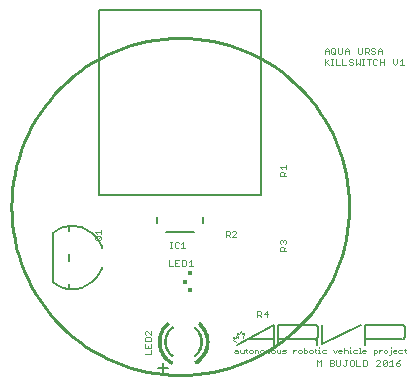
<source format=gto>
G75*
G70*
%OFA0B0*%
%FSLAX24Y24*%
%IPPOS*%
%LPD*%
%AMOC8*
5,1,8,0,0,1.08239X$1,22.5*
%
%ADD10C,0.0100*%
%ADD11C,0.0040*%
%ADD12C,0.0080*%
%ADD13C,0.0060*%
%ADD14R,0.0167X0.0128*%
%ADD15R,0.0138X0.0138*%
%ADD16C,0.0050*%
%ADD17C,0.0020*%
%ADD18C,0.0010*%
D10*
X002475Y006100D02*
X002482Y006376D01*
X002502Y006651D01*
X002536Y006925D01*
X002583Y007197D01*
X002644Y007467D01*
X002717Y007733D01*
X002804Y007995D01*
X002903Y008253D01*
X003015Y008505D01*
X003139Y008752D01*
X003275Y008992D01*
X003423Y009225D01*
X003582Y009451D01*
X003752Y009668D01*
X003932Y009878D01*
X004123Y010077D01*
X004322Y010268D01*
X004532Y010448D01*
X004749Y010618D01*
X004975Y010777D01*
X005208Y010925D01*
X005448Y011061D01*
X005695Y011185D01*
X005947Y011297D01*
X006205Y011396D01*
X006467Y011483D01*
X006733Y011556D01*
X007003Y011617D01*
X007275Y011664D01*
X007549Y011698D01*
X007824Y011718D01*
X008100Y011725D01*
X008376Y011718D01*
X008651Y011698D01*
X008925Y011664D01*
X009197Y011617D01*
X009467Y011556D01*
X009733Y011483D01*
X009995Y011396D01*
X010253Y011297D01*
X010505Y011185D01*
X010752Y011061D01*
X010992Y010925D01*
X011225Y010777D01*
X011451Y010618D01*
X011668Y010448D01*
X011878Y010268D01*
X012077Y010077D01*
X012268Y009878D01*
X012448Y009668D01*
X012618Y009451D01*
X012777Y009225D01*
X012925Y008992D01*
X013061Y008752D01*
X013185Y008505D01*
X013297Y008253D01*
X013396Y007995D01*
X013483Y007733D01*
X013556Y007467D01*
X013617Y007197D01*
X013664Y006925D01*
X013698Y006651D01*
X013718Y006376D01*
X013725Y006100D01*
X013718Y005824D01*
X013698Y005549D01*
X013664Y005275D01*
X013617Y005003D01*
X013556Y004733D01*
X013483Y004467D01*
X013396Y004205D01*
X013297Y003947D01*
X013185Y003695D01*
X013061Y003448D01*
X012925Y003208D01*
X012777Y002975D01*
X012618Y002749D01*
X012448Y002532D01*
X012268Y002322D01*
X012077Y002123D01*
X011878Y001932D01*
X011668Y001752D01*
X011451Y001582D01*
X011225Y001423D01*
X010992Y001275D01*
X010752Y001139D01*
X010505Y001015D01*
X010253Y000903D01*
X009995Y000804D01*
X009733Y000717D01*
X009467Y000644D01*
X009197Y000583D01*
X008925Y000536D01*
X008651Y000502D01*
X008376Y000482D01*
X008100Y000475D01*
X007824Y000482D01*
X007549Y000502D01*
X007275Y000536D01*
X007003Y000583D01*
X006733Y000644D01*
X006467Y000717D01*
X006205Y000804D01*
X005947Y000903D01*
X005695Y001015D01*
X005448Y001139D01*
X005208Y001275D01*
X004975Y001423D01*
X004749Y001582D01*
X004532Y001752D01*
X004322Y001932D01*
X004123Y002123D01*
X003932Y002322D01*
X003752Y002532D01*
X003582Y002749D01*
X003423Y002975D01*
X003275Y003208D01*
X003139Y003448D01*
X003015Y003695D01*
X002903Y003947D01*
X002804Y004205D01*
X002717Y004467D01*
X002644Y004733D01*
X002583Y005003D01*
X002536Y005275D01*
X002502Y005549D01*
X002482Y005824D01*
X002475Y006100D01*
D11*
X005270Y005266D02*
X005470Y005266D01*
X005470Y005332D02*
X005470Y005199D01*
X005470Y005111D02*
X005403Y005045D01*
X005437Y005111D02*
X005470Y005078D01*
X005470Y005011D01*
X005437Y004978D01*
X005303Y004978D01*
X005270Y005011D01*
X005270Y005078D01*
X005303Y005111D01*
X005437Y005111D01*
X005337Y005199D02*
X005270Y005266D01*
X007770Y004920D02*
X007837Y004920D01*
X007803Y004920D02*
X007803Y004720D01*
X007770Y004720D02*
X007837Y004720D01*
X007917Y004753D02*
X007951Y004720D01*
X008017Y004720D01*
X008051Y004753D01*
X008138Y004720D02*
X008272Y004720D01*
X008205Y004720D02*
X008205Y004920D01*
X008138Y004853D01*
X008051Y004887D02*
X008017Y004920D01*
X007951Y004920D01*
X007917Y004887D01*
X007917Y004753D01*
X007941Y004320D02*
X007941Y004120D01*
X008074Y004120D01*
X008162Y004120D02*
X008162Y004320D01*
X008262Y004320D01*
X008295Y004287D01*
X008295Y004153D01*
X008262Y004120D01*
X008162Y004120D01*
X008008Y004220D02*
X007941Y004220D01*
X007941Y004320D02*
X008074Y004320D01*
X007853Y004120D02*
X007720Y004120D01*
X007720Y004320D01*
X008383Y004253D02*
X008450Y004320D01*
X008450Y004120D01*
X008516Y004120D02*
X008383Y004120D01*
X009620Y005070D02*
X009620Y005270D01*
X009720Y005270D01*
X009753Y005237D01*
X009753Y005170D01*
X009720Y005137D01*
X009620Y005137D01*
X009687Y005137D02*
X009753Y005070D01*
X009841Y005070D02*
X009974Y005203D01*
X009974Y005237D01*
X009941Y005270D01*
X009874Y005270D01*
X009841Y005237D01*
X009841Y005070D02*
X009974Y005070D01*
X011430Y004941D02*
X011430Y004874D01*
X011463Y004841D01*
X011463Y004753D02*
X011530Y004753D01*
X011563Y004720D01*
X011563Y004620D01*
X011563Y004687D02*
X011630Y004753D01*
X011597Y004841D02*
X011630Y004874D01*
X011630Y004941D01*
X011597Y004974D01*
X011563Y004974D01*
X011530Y004941D01*
X011530Y004908D01*
X011530Y004941D02*
X011497Y004974D01*
X011463Y004974D01*
X011430Y004941D01*
X011463Y004753D02*
X011430Y004720D01*
X011430Y004620D01*
X011630Y004620D01*
X010999Y002630D02*
X010899Y002530D01*
X011032Y002530D01*
X010999Y002430D02*
X010999Y002630D01*
X010811Y002597D02*
X010811Y002530D01*
X010778Y002497D01*
X010678Y002497D01*
X010745Y002497D02*
X010811Y002430D01*
X010678Y002430D02*
X010678Y002630D01*
X010778Y002630D01*
X010811Y002597D01*
X012647Y000980D02*
X012714Y000913D01*
X012781Y000980D01*
X012781Y000780D01*
X012647Y000780D02*
X012647Y000980D01*
X013089Y000980D02*
X013089Y000780D01*
X013189Y000780D01*
X013223Y000813D01*
X013223Y000847D01*
X013189Y000880D01*
X013089Y000880D01*
X013089Y000980D02*
X013189Y000980D01*
X013223Y000947D01*
X013223Y000913D01*
X013189Y000880D01*
X013310Y000813D02*
X013343Y000780D01*
X013410Y000780D01*
X013444Y000813D01*
X013444Y000980D01*
X013310Y000980D02*
X013310Y000813D01*
X013531Y000813D02*
X013564Y000780D01*
X013598Y000780D01*
X013631Y000813D01*
X013631Y000980D01*
X013598Y000980D02*
X013665Y000980D01*
X013752Y000947D02*
X013752Y000813D01*
X013785Y000780D01*
X013852Y000780D01*
X013886Y000813D01*
X013886Y000947D01*
X013852Y000980D01*
X013785Y000980D01*
X013752Y000947D01*
X013973Y000980D02*
X013973Y000780D01*
X014107Y000780D01*
X014194Y000780D02*
X014294Y000780D01*
X014328Y000813D01*
X014328Y000947D01*
X014294Y000980D01*
X014194Y000980D01*
X014194Y000780D01*
X014636Y000780D02*
X014769Y000913D01*
X014769Y000947D01*
X014736Y000980D01*
X014669Y000980D01*
X014636Y000947D01*
X014636Y000780D02*
X014769Y000780D01*
X014857Y000813D02*
X014990Y000947D01*
X014990Y000813D01*
X014957Y000780D01*
X014890Y000780D01*
X014857Y000813D01*
X014857Y000947D01*
X014890Y000980D01*
X014957Y000980D01*
X014990Y000947D01*
X015078Y000913D02*
X015145Y000980D01*
X015145Y000780D01*
X015211Y000780D02*
X015078Y000780D01*
X015299Y000813D02*
X015299Y000880D01*
X015399Y000880D01*
X015432Y000847D01*
X015432Y000813D01*
X015399Y000780D01*
X015332Y000780D01*
X015299Y000813D01*
X015299Y000880D02*
X015366Y000947D01*
X015432Y000980D01*
X011630Y007120D02*
X011430Y007120D01*
X011430Y007220D01*
X011463Y007253D01*
X011530Y007253D01*
X011563Y007220D01*
X011563Y007120D01*
X011563Y007187D02*
X011630Y007253D01*
X011630Y007341D02*
X011630Y007474D01*
X011630Y007408D02*
X011430Y007408D01*
X011497Y007341D01*
X012920Y010820D02*
X012920Y011020D01*
X012953Y010920D02*
X013053Y010820D01*
X013141Y010820D02*
X013208Y010820D01*
X013174Y010820D02*
X013174Y011020D01*
X013141Y011020D02*
X013208Y011020D01*
X013288Y011020D02*
X013288Y010820D01*
X013422Y010820D01*
X013509Y010820D02*
X013643Y010820D01*
X013730Y010853D02*
X013764Y010820D01*
X013830Y010820D01*
X013864Y010853D01*
X013864Y010887D01*
X013830Y010920D01*
X013764Y010920D01*
X013730Y010953D01*
X013730Y010987D01*
X013764Y011020D01*
X013830Y011020D01*
X013864Y010987D01*
X013951Y011020D02*
X013951Y010820D01*
X014018Y010887D01*
X014085Y010820D01*
X014085Y011020D01*
X014172Y011020D02*
X014239Y011020D01*
X014206Y011020D02*
X014206Y010820D01*
X014239Y010820D02*
X014172Y010820D01*
X014386Y010820D02*
X014386Y011020D01*
X014320Y011020D02*
X014453Y011020D01*
X014541Y010987D02*
X014574Y011020D01*
X014641Y011020D01*
X014674Y010987D01*
X014762Y011020D02*
X014762Y010820D01*
X014674Y010853D02*
X014641Y010820D01*
X014574Y010820D01*
X014541Y010853D01*
X014541Y010987D01*
X014567Y011180D02*
X014500Y011180D01*
X014467Y011213D01*
X014500Y011280D02*
X014567Y011280D01*
X014600Y011247D01*
X014600Y011213D01*
X014567Y011180D01*
X014500Y011280D02*
X014467Y011313D01*
X014467Y011347D01*
X014500Y011380D01*
X014567Y011380D01*
X014600Y011347D01*
X014688Y011313D02*
X014755Y011380D01*
X014821Y011313D01*
X014821Y011180D01*
X014821Y011280D02*
X014688Y011280D01*
X014688Y011313D02*
X014688Y011180D01*
X014895Y011020D02*
X014895Y010820D01*
X014895Y010920D02*
X014762Y010920D01*
X015204Y010887D02*
X015270Y010820D01*
X015337Y010887D01*
X015337Y011020D01*
X015425Y010953D02*
X015491Y011020D01*
X015491Y010820D01*
X015425Y010820D02*
X015558Y010820D01*
X015204Y010887D02*
X015204Y011020D01*
X014379Y011180D02*
X014313Y011247D01*
X014346Y011247D02*
X014246Y011247D01*
X014246Y011180D02*
X014246Y011380D01*
X014346Y011380D01*
X014379Y011347D01*
X014379Y011280D01*
X014346Y011247D01*
X014158Y011213D02*
X014158Y011380D01*
X014025Y011380D02*
X014025Y011213D01*
X014058Y011180D01*
X014125Y011180D01*
X014158Y011213D01*
X013716Y011180D02*
X013716Y011313D01*
X013650Y011380D01*
X013583Y011313D01*
X013583Y011180D01*
X013495Y011213D02*
X013495Y011380D01*
X013362Y011380D02*
X013362Y011213D01*
X013395Y011180D01*
X013462Y011180D01*
X013495Y011213D01*
X013583Y011280D02*
X013716Y011280D01*
X013509Y011020D02*
X013509Y010820D01*
X013274Y011180D02*
X013208Y011247D01*
X013274Y011213D02*
X013241Y011180D01*
X013174Y011180D01*
X013141Y011213D01*
X013141Y011347D01*
X013174Y011380D01*
X013241Y011380D01*
X013274Y011347D01*
X013274Y011213D01*
X013053Y011180D02*
X013053Y011313D01*
X012987Y011380D01*
X012920Y011313D01*
X012920Y011180D01*
X012920Y011280D02*
X013053Y011280D01*
X013053Y011020D02*
X012920Y010887D01*
X007130Y001966D02*
X007130Y001833D01*
X006997Y001966D01*
X006963Y001966D01*
X006930Y001933D01*
X006930Y001866D01*
X006963Y001833D01*
X006963Y001745D02*
X006930Y001712D01*
X006930Y001612D01*
X007130Y001612D01*
X007130Y001712D01*
X007097Y001745D01*
X006963Y001745D01*
X006930Y001524D02*
X006930Y001391D01*
X007130Y001391D01*
X007130Y001524D01*
X007030Y001458D02*
X007030Y001391D01*
X007130Y001303D02*
X007130Y001170D01*
X006930Y001170D01*
D12*
X007643Y005246D02*
X008557Y005246D01*
X008868Y005557D02*
X008868Y005767D01*
X007332Y005767D02*
X007332Y005557D01*
X005400Y006500D02*
X010800Y006500D01*
X010800Y012650D01*
X005400Y012650D01*
X005400Y006500D01*
D13*
X003850Y005225D02*
X003850Y003575D01*
X004400Y003513D02*
X004400Y003355D01*
X004400Y004287D02*
X004400Y004513D01*
X003850Y005225D02*
X003901Y005262D01*
X003954Y005297D01*
X004010Y005329D01*
X004067Y005357D01*
X004126Y005381D01*
X004186Y005402D01*
X004247Y005419D01*
X004309Y005433D01*
X004372Y005442D01*
X004435Y005448D01*
X004499Y005450D01*
X004563Y005448D01*
X004626Y005442D01*
X004689Y005433D01*
X004751Y005420D01*
X004812Y005402D01*
X004872Y005382D01*
X004931Y005357D01*
X004988Y005329D01*
X005044Y005298D01*
X005097Y005264D01*
X005148Y005226D01*
X005197Y005185D01*
X005243Y005141D01*
X005287Y005095D01*
X005328Y005046D01*
X005365Y004995D01*
X005400Y004941D01*
X005431Y004886D01*
X005459Y004829D01*
X005483Y004770D01*
X005503Y004710D01*
X005503Y004090D02*
X005483Y004030D01*
X005459Y003971D01*
X005431Y003914D01*
X005400Y003859D01*
X005365Y003805D01*
X005328Y003754D01*
X005287Y003705D01*
X005243Y003659D01*
X005197Y003615D01*
X005148Y003574D01*
X005097Y003536D01*
X005044Y003502D01*
X004988Y003470D01*
X004931Y003443D01*
X004872Y003418D01*
X004812Y003398D01*
X004751Y003380D01*
X004689Y003367D01*
X004626Y003358D01*
X004563Y003352D01*
X004499Y003350D01*
X004435Y003352D01*
X004372Y003358D01*
X004309Y003367D01*
X004247Y003381D01*
X004186Y003398D01*
X004126Y003419D01*
X004067Y003443D01*
X004010Y003471D01*
X003954Y003503D01*
X003901Y003538D01*
X003850Y003575D01*
X004400Y005287D02*
X004400Y005445D01*
D14*
X008421Y003871D03*
X008421Y003329D03*
D15*
X008269Y003600D03*
D16*
X010350Y001680D02*
X011220Y001680D01*
X011370Y001680D02*
X012600Y001680D01*
X012610Y001680D01*
X012620Y001681D02*
X012634Y001684D01*
X012647Y001690D01*
X012658Y001699D01*
X012668Y001710D01*
X012675Y001722D01*
X012679Y001736D01*
X012680Y001750D01*
X012680Y001740D01*
X012680Y001750D02*
X012680Y002090D01*
X012679Y002090D02*
X012676Y002104D01*
X012670Y002117D01*
X012661Y002128D01*
X012650Y002138D01*
X012638Y002145D01*
X012624Y002149D01*
X012610Y002150D01*
X011370Y002150D01*
X011370Y001680D01*
X011370Y001490D01*
X011240Y001490D02*
X011240Y002160D01*
X011220Y002150D02*
X009990Y001490D01*
X007680Y000720D02*
X007370Y000720D01*
X007520Y000580D02*
X007520Y000870D01*
X012600Y001680D02*
X012614Y001679D01*
X012628Y001675D01*
X012640Y001668D01*
X012651Y001658D01*
X012660Y001647D01*
X012666Y001634D01*
X012669Y001620D01*
X012670Y001630D02*
X012670Y001490D01*
X012840Y001510D02*
X014120Y002150D01*
X014270Y002150D02*
X015510Y002150D01*
X015524Y002149D01*
X015538Y002145D01*
X015550Y002138D01*
X015561Y002128D01*
X015570Y002117D01*
X015576Y002104D01*
X015579Y002090D01*
X015580Y002090D02*
X015580Y001750D01*
X015580Y001740D01*
X015580Y001750D02*
X015579Y001736D01*
X015575Y001722D01*
X015568Y001710D01*
X015558Y001699D01*
X015547Y001690D01*
X015534Y001684D01*
X015520Y001681D01*
X015510Y001680D02*
X014270Y001680D01*
X014270Y001490D01*
X014270Y001680D02*
X014270Y002150D01*
X012840Y002160D02*
X012840Y001510D01*
D17*
X012733Y001420D02*
X012733Y001390D01*
X012733Y001330D02*
X012733Y001210D01*
X012703Y001210D02*
X012763Y001210D01*
X012826Y001240D02*
X012826Y001300D01*
X012856Y001330D01*
X012946Y001330D01*
X012946Y001210D02*
X012856Y001210D01*
X012826Y001240D01*
X012733Y001330D02*
X012703Y001330D01*
X012640Y001330D02*
X012580Y001330D01*
X012610Y001360D02*
X012610Y001240D01*
X012640Y001210D01*
X012516Y001240D02*
X012516Y001300D01*
X012486Y001330D01*
X012426Y001330D01*
X012396Y001300D01*
X012396Y001240D01*
X012426Y001210D01*
X012486Y001210D01*
X012516Y001240D01*
X012332Y001240D02*
X012332Y001300D01*
X012302Y001330D01*
X012212Y001330D01*
X012212Y001390D02*
X012212Y001210D01*
X012302Y001210D01*
X012332Y001240D01*
X012148Y001240D02*
X012148Y001300D01*
X012118Y001330D01*
X012058Y001330D01*
X012028Y001300D01*
X012028Y001240D01*
X012058Y001210D01*
X012118Y001210D01*
X012148Y001240D01*
X011964Y001330D02*
X011934Y001330D01*
X011874Y001270D01*
X011874Y001210D02*
X011874Y001330D01*
X011626Y001330D02*
X011536Y001330D01*
X011506Y001300D01*
X011536Y001270D01*
X011596Y001270D01*
X011626Y001240D01*
X011596Y001210D01*
X011506Y001210D01*
X011442Y001210D02*
X011442Y001330D01*
X011442Y001210D02*
X011352Y001210D01*
X011322Y001240D01*
X011322Y001330D01*
X011258Y001300D02*
X011228Y001330D01*
X011168Y001330D01*
X011138Y001300D01*
X011138Y001240D01*
X011168Y001210D01*
X011228Y001210D01*
X011258Y001240D01*
X011258Y001300D01*
X011074Y001300D02*
X011074Y001210D01*
X011014Y001210D02*
X011014Y001300D01*
X011044Y001330D01*
X011074Y001300D01*
X011014Y001300D02*
X010984Y001330D01*
X010954Y001330D01*
X010954Y001210D01*
X010890Y001240D02*
X010890Y001300D01*
X010859Y001330D01*
X010799Y001330D01*
X010769Y001300D01*
X010769Y001240D01*
X010799Y001210D01*
X010859Y001210D01*
X010890Y001240D01*
X010705Y001210D02*
X010705Y001300D01*
X010675Y001330D01*
X010585Y001330D01*
X010585Y001210D01*
X010521Y001240D02*
X010521Y001300D01*
X010491Y001330D01*
X010431Y001330D01*
X010401Y001300D01*
X010401Y001240D01*
X010431Y001210D01*
X010491Y001210D01*
X010521Y001240D01*
X010338Y001210D02*
X010308Y001240D01*
X010308Y001360D01*
X010278Y001330D02*
X010338Y001330D01*
X010214Y001330D02*
X010214Y001210D01*
X010124Y001210D01*
X010094Y001240D01*
X010094Y001330D01*
X010030Y001300D02*
X010030Y001210D01*
X009940Y001210D01*
X009910Y001240D01*
X009940Y001270D01*
X010030Y001270D01*
X010030Y001300D02*
X010000Y001330D01*
X009940Y001330D01*
X009970Y001570D02*
X009850Y001660D01*
X009900Y001680D01*
X009870Y001750D01*
X009950Y001730D01*
X009960Y001780D01*
X010040Y001710D01*
X010000Y001870D01*
X010070Y001840D01*
X010120Y001950D01*
X010170Y001840D01*
X010230Y001870D01*
X010190Y001710D01*
X013194Y001330D02*
X013254Y001210D01*
X013314Y001330D01*
X013378Y001300D02*
X013408Y001330D01*
X013468Y001330D01*
X013498Y001300D01*
X013498Y001270D01*
X013378Y001270D01*
X013378Y001240D02*
X013378Y001300D01*
X013378Y001240D02*
X013408Y001210D01*
X013468Y001210D01*
X013562Y001210D02*
X013562Y001390D01*
X013592Y001330D02*
X013653Y001330D01*
X013683Y001300D01*
X013683Y001210D01*
X013747Y001210D02*
X013807Y001210D01*
X013777Y001210D02*
X013777Y001330D01*
X013747Y001330D01*
X013777Y001390D02*
X013777Y001420D01*
X013869Y001300D02*
X013869Y001240D01*
X013899Y001210D01*
X013989Y001210D01*
X014054Y001210D02*
X014114Y001210D01*
X014084Y001210D02*
X014084Y001390D01*
X014054Y001390D01*
X013989Y001330D02*
X013899Y001330D01*
X013869Y001300D01*
X013592Y001330D02*
X013562Y001300D01*
X014176Y001300D02*
X014176Y001240D01*
X014206Y001210D01*
X014266Y001210D01*
X014296Y001270D02*
X014176Y001270D01*
X014176Y001300D02*
X014206Y001330D01*
X014266Y001330D01*
X014296Y001300D01*
X014296Y001270D01*
X014545Y001210D02*
X014635Y001210D01*
X014665Y001240D01*
X014665Y001300D01*
X014635Y001330D01*
X014545Y001330D01*
X014545Y001150D01*
X014729Y001210D02*
X014729Y001330D01*
X014729Y001270D02*
X014789Y001330D01*
X014819Y001330D01*
X014882Y001300D02*
X014882Y001240D01*
X014912Y001210D01*
X014972Y001210D01*
X015002Y001240D01*
X015002Y001300D01*
X014972Y001330D01*
X014912Y001330D01*
X014882Y001300D01*
X015066Y001150D02*
X015096Y001150D01*
X015126Y001180D01*
X015126Y001330D01*
X015126Y001390D02*
X015126Y001420D01*
X015219Y001330D02*
X015279Y001330D01*
X015309Y001300D01*
X015309Y001270D01*
X015189Y001270D01*
X015189Y001240D02*
X015189Y001300D01*
X015219Y001330D01*
X015189Y001240D02*
X015219Y001210D01*
X015279Y001210D01*
X015373Y001240D02*
X015403Y001210D01*
X015493Y001210D01*
X015588Y001240D02*
X015588Y001360D01*
X015618Y001330D02*
X015557Y001330D01*
X015493Y001330D02*
X015403Y001330D01*
X015373Y001300D01*
X015373Y001240D01*
X015588Y001240D02*
X015618Y001210D01*
D18*
X007833Y002105D02*
X007862Y002064D01*
X007862Y002065D02*
X007827Y002037D01*
X007794Y002007D01*
X007763Y001974D01*
X007736Y001939D01*
X007711Y001902D01*
X007689Y001863D01*
X007670Y001823D01*
X007654Y001781D01*
X007642Y001738D01*
X007633Y001694D01*
X007627Y001650D01*
X007625Y001605D01*
X007576Y001605D01*
X007575Y001605D01*
X007577Y001654D01*
X007583Y001702D01*
X007593Y001750D01*
X007607Y001796D01*
X007624Y001842D01*
X007644Y001886D01*
X007668Y001928D01*
X007695Y001969D01*
X007726Y002007D01*
X007759Y002043D01*
X007794Y002076D01*
X007833Y002106D01*
X007838Y002098D01*
X007800Y002069D01*
X007765Y002036D01*
X007732Y002001D01*
X007703Y001963D01*
X007676Y001924D01*
X007652Y001882D01*
X007632Y001838D01*
X007615Y001794D01*
X007602Y001747D01*
X007592Y001700D01*
X007586Y001653D01*
X007584Y001605D01*
X007593Y001605D01*
X007595Y001652D01*
X007601Y001699D01*
X007611Y001745D01*
X007624Y001791D01*
X007640Y001835D01*
X007660Y001878D01*
X007684Y001919D01*
X007710Y001958D01*
X007739Y001995D01*
X007771Y002030D01*
X007806Y002062D01*
X007843Y002091D01*
X007848Y002084D01*
X007812Y002055D01*
X007778Y002023D01*
X007746Y001989D01*
X007717Y001953D01*
X007691Y001914D01*
X007668Y001874D01*
X007649Y001831D01*
X007632Y001788D01*
X007619Y001743D01*
X007610Y001698D01*
X007604Y001651D01*
X007602Y001605D01*
X007611Y001605D01*
X007613Y001651D01*
X007619Y001696D01*
X007628Y001741D01*
X007641Y001785D01*
X007657Y001828D01*
X007676Y001870D01*
X007699Y001909D01*
X007724Y001947D01*
X007753Y001983D01*
X007784Y002017D01*
X007818Y002048D01*
X007854Y002076D01*
X007859Y002069D01*
X007823Y002041D01*
X007790Y002011D01*
X007760Y001977D01*
X007732Y001942D01*
X007706Y001905D01*
X007684Y001865D01*
X007665Y001825D01*
X007649Y001782D01*
X007637Y001739D01*
X007628Y001695D01*
X007622Y001650D01*
X007620Y001605D01*
X008623Y000869D02*
X008578Y000947D01*
X008579Y000947D02*
X008623Y000975D01*
X008665Y001006D01*
X008705Y001039D01*
X008743Y001075D01*
X008778Y001114D01*
X008810Y001155D01*
X008840Y001199D01*
X008866Y001244D01*
X008889Y001291D01*
X008909Y001339D01*
X008925Y001389D01*
X008938Y001439D01*
X008947Y001491D01*
X008953Y001543D01*
X008955Y001595D01*
X009044Y001596D01*
X009045Y001595D01*
X009043Y001540D01*
X009037Y001486D01*
X009028Y001431D01*
X009015Y001378D01*
X008999Y001326D01*
X008980Y001274D01*
X008957Y001224D01*
X008931Y001176D01*
X008902Y001129D01*
X008870Y001085D01*
X008835Y001042D01*
X008797Y001002D01*
X008757Y000965D01*
X008715Y000930D01*
X008670Y000898D01*
X008624Y000869D01*
X008619Y000877D01*
X008665Y000905D01*
X008709Y000937D01*
X008751Y000972D01*
X008791Y001009D01*
X008828Y001048D01*
X008863Y001090D01*
X008894Y001134D01*
X008923Y001180D01*
X008949Y001228D01*
X008971Y001278D01*
X008991Y001328D01*
X009007Y001380D01*
X009019Y001433D01*
X009028Y001487D01*
X009034Y001541D01*
X009036Y001595D01*
X009027Y001595D01*
X009025Y001541D01*
X009019Y001488D01*
X009010Y001435D01*
X008998Y001383D01*
X008982Y001331D01*
X008963Y001281D01*
X008941Y001232D01*
X008915Y001185D01*
X008887Y001139D01*
X008855Y001096D01*
X008821Y001054D01*
X008785Y001015D01*
X008745Y000978D01*
X008704Y000944D01*
X008660Y000913D01*
X008615Y000884D01*
X008610Y000892D01*
X008658Y000922D01*
X008704Y000956D01*
X008747Y000992D01*
X008788Y001032D01*
X008826Y001074D01*
X008861Y001118D01*
X008893Y001165D01*
X008921Y001214D01*
X008946Y001265D01*
X008968Y001318D01*
X008985Y001371D01*
X008999Y001426D01*
X009009Y001482D01*
X009016Y001538D01*
X009018Y001595D01*
X009009Y001595D01*
X009007Y001539D01*
X009001Y001483D01*
X008991Y001428D01*
X008977Y001374D01*
X008959Y001321D01*
X008938Y001269D01*
X008913Y001218D01*
X008885Y001170D01*
X008854Y001124D01*
X008819Y001079D01*
X008782Y001038D01*
X008741Y000999D01*
X008699Y000963D01*
X008653Y000930D01*
X008606Y000900D01*
X008601Y000908D01*
X008648Y000937D01*
X008693Y000970D01*
X008735Y001006D01*
X008775Y001044D01*
X008812Y001085D01*
X008847Y001129D01*
X008878Y001175D01*
X008905Y001223D01*
X008930Y001272D01*
X008951Y001324D01*
X008968Y001376D01*
X008982Y001430D01*
X008992Y001485D01*
X008998Y001540D01*
X009000Y001595D01*
X008991Y001595D01*
X008989Y001540D01*
X008983Y001486D01*
X008973Y001432D01*
X008959Y001379D01*
X008942Y001327D01*
X008922Y001276D01*
X008897Y001227D01*
X008870Y001180D01*
X008839Y001134D01*
X008806Y001091D01*
X008769Y001050D01*
X008729Y001012D01*
X008687Y000977D01*
X008643Y000945D01*
X008597Y000916D01*
X008592Y000924D01*
X008638Y000952D01*
X008682Y000984D01*
X008723Y001019D01*
X008762Y001057D01*
X008799Y001097D01*
X008832Y001139D01*
X008862Y001184D01*
X008890Y001231D01*
X008913Y001280D01*
X008934Y001330D01*
X008951Y001381D01*
X008964Y001434D01*
X008974Y001487D01*
X008980Y001541D01*
X008982Y001595D01*
X008973Y001595D01*
X008971Y001542D01*
X008965Y001488D01*
X008955Y001436D01*
X008942Y001384D01*
X008925Y001333D01*
X008905Y001283D01*
X008882Y001235D01*
X008855Y001189D01*
X008825Y001145D01*
X008792Y001103D01*
X008756Y001063D01*
X008717Y001026D01*
X008676Y000991D01*
X008633Y000960D01*
X008588Y000931D01*
X008583Y000939D01*
X008628Y000967D01*
X008671Y000998D01*
X008711Y001032D01*
X008749Y001069D01*
X008785Y001108D01*
X008817Y001150D01*
X008847Y001194D01*
X008874Y001240D01*
X008897Y001287D01*
X008917Y001336D01*
X008934Y001386D01*
X008947Y001438D01*
X008956Y001490D01*
X008962Y001542D01*
X008964Y001595D01*
X007356Y001595D02*
X007446Y001595D01*
X007445Y001595D02*
X007447Y001541D01*
X007453Y001488D01*
X007463Y001435D01*
X007477Y001383D01*
X007494Y001332D01*
X007515Y001283D01*
X007539Y001235D01*
X007567Y001189D01*
X007598Y001145D01*
X007632Y001103D01*
X007668Y001064D01*
X007708Y001027D01*
X007750Y000994D01*
X007794Y000963D01*
X007840Y000936D01*
X007798Y000857D01*
X007749Y000885D01*
X007703Y000917D01*
X007658Y000952D01*
X007616Y000989D01*
X007576Y001030D01*
X007540Y001073D01*
X007506Y001118D01*
X007475Y001165D01*
X007448Y001215D01*
X007424Y001266D01*
X007403Y001318D01*
X007386Y001372D01*
X007373Y001427D01*
X007363Y001482D01*
X007357Y001539D01*
X007355Y001595D01*
X007364Y001595D01*
X007366Y001539D01*
X007372Y001484D01*
X007382Y001429D01*
X007395Y001374D01*
X007412Y001321D01*
X007432Y001269D01*
X007456Y001219D01*
X007483Y001170D01*
X007513Y001123D01*
X007547Y001078D01*
X007583Y001036D01*
X007622Y000996D01*
X007664Y000959D01*
X007708Y000924D01*
X007754Y000893D01*
X007802Y000865D01*
X007806Y000873D01*
X007759Y000901D01*
X007713Y000932D01*
X007670Y000966D01*
X007628Y001002D01*
X007590Y001042D01*
X007554Y001084D01*
X007521Y001128D01*
X007491Y001174D01*
X007464Y001223D01*
X007441Y001273D01*
X007420Y001324D01*
X007404Y001377D01*
X007391Y001430D01*
X007381Y001485D01*
X007375Y001540D01*
X007373Y001595D01*
X007382Y001595D01*
X007384Y001540D01*
X007390Y001486D01*
X007399Y001432D01*
X007412Y001379D01*
X007429Y001327D01*
X007449Y001276D01*
X007472Y001227D01*
X007499Y001179D01*
X007528Y001133D01*
X007561Y001089D01*
X007596Y001048D01*
X007635Y001009D01*
X007675Y000972D01*
X007718Y000939D01*
X007764Y000908D01*
X007811Y000881D01*
X007815Y000889D01*
X007768Y000916D01*
X007724Y000946D01*
X007681Y000979D01*
X007641Y001015D01*
X007603Y001054D01*
X007568Y001095D01*
X007536Y001138D01*
X007506Y001184D01*
X007480Y001231D01*
X007457Y001280D01*
X007437Y001330D01*
X007421Y001382D01*
X007408Y001434D01*
X007399Y001487D01*
X007393Y001541D01*
X007391Y001595D01*
X007400Y001595D01*
X007402Y001542D01*
X007408Y001489D01*
X007417Y001436D01*
X007430Y001384D01*
X007446Y001333D01*
X007465Y001283D01*
X007488Y001235D01*
X007514Y001188D01*
X007543Y001144D01*
X007575Y001101D01*
X007610Y001060D01*
X007647Y001022D01*
X007687Y000986D01*
X007729Y000953D01*
X007773Y000923D01*
X007819Y000896D01*
X007823Y000904D01*
X007778Y000931D01*
X007734Y000961D01*
X007693Y000993D01*
X007653Y001028D01*
X007616Y001066D01*
X007582Y001106D01*
X007550Y001149D01*
X007522Y001193D01*
X007496Y001239D01*
X007474Y001287D01*
X007454Y001336D01*
X007438Y001386D01*
X007426Y001438D01*
X007417Y001490D01*
X007411Y001542D01*
X007409Y001595D01*
X007418Y001595D01*
X007420Y001539D01*
X007427Y001484D01*
X007437Y001429D01*
X007451Y001375D01*
X007469Y001323D01*
X007490Y001271D01*
X007516Y001222D01*
X007544Y001174D01*
X007576Y001128D01*
X007611Y001085D01*
X007649Y001045D01*
X007690Y001007D01*
X007734Y000972D01*
X007780Y000941D01*
X007828Y000912D01*
X007832Y000920D01*
X007784Y000948D01*
X007739Y000979D01*
X007696Y001014D01*
X007656Y001051D01*
X007618Y001091D01*
X007583Y001134D01*
X007552Y001179D01*
X007523Y001226D01*
X007499Y001275D01*
X007477Y001326D01*
X007460Y001378D01*
X007446Y001431D01*
X007436Y001485D01*
X007429Y001540D01*
X007427Y001595D01*
X007436Y001595D01*
X007438Y001541D01*
X007444Y001487D01*
X007454Y001433D01*
X007468Y001381D01*
X007486Y001329D01*
X007507Y001279D01*
X007531Y001230D01*
X007559Y001184D01*
X007591Y001139D01*
X007625Y001097D01*
X007662Y001058D01*
X007702Y001021D01*
X007744Y000987D01*
X007789Y000956D01*
X007836Y000928D01*
X008824Y001605D02*
X008774Y001605D01*
X008775Y001605D02*
X008773Y001652D01*
X008767Y001698D01*
X008757Y001743D01*
X008743Y001788D01*
X008726Y001831D01*
X008706Y001873D01*
X008682Y001913D01*
X008655Y001952D01*
X008625Y001987D01*
X008592Y002020D01*
X008557Y002051D01*
X008587Y002090D01*
X008588Y002090D01*
X008623Y002060D01*
X008656Y002027D01*
X008687Y001992D01*
X008714Y001955D01*
X008739Y001916D01*
X008761Y001875D01*
X008780Y001832D01*
X008796Y001788D01*
X008808Y001743D01*
X008817Y001698D01*
X008823Y001651D01*
X008825Y001605D01*
X008816Y001605D01*
X008814Y001651D01*
X008808Y001696D01*
X008800Y001741D01*
X008787Y001786D01*
X008772Y001829D01*
X008753Y001871D01*
X008732Y001911D01*
X008707Y001950D01*
X008680Y001987D01*
X008650Y002021D01*
X008617Y002053D01*
X008582Y002083D01*
X008577Y002076D01*
X008611Y002047D01*
X008643Y002015D01*
X008673Y001981D01*
X008700Y001945D01*
X008724Y001907D01*
X008745Y001867D01*
X008764Y001825D01*
X008779Y001783D01*
X008791Y001739D01*
X008800Y001695D01*
X008805Y001650D01*
X008807Y001605D01*
X008798Y001605D01*
X008796Y001653D01*
X008789Y001702D01*
X008779Y001749D01*
X008765Y001796D01*
X008747Y001841D01*
X008726Y001884D01*
X008701Y001926D01*
X008673Y001966D01*
X008642Y002003D01*
X008608Y002037D01*
X008571Y002069D01*
X008566Y002062D01*
X008602Y002031D01*
X008635Y001997D01*
X008666Y001960D01*
X008694Y001921D01*
X008718Y001880D01*
X008739Y001837D01*
X008757Y001793D01*
X008770Y001747D01*
X008780Y001700D01*
X008787Y001653D01*
X008789Y001605D01*
X008780Y001605D01*
X008778Y001652D01*
X008772Y001699D01*
X008762Y001745D01*
X008748Y001790D01*
X008731Y001833D01*
X008710Y001876D01*
X008686Y001916D01*
X008659Y001955D01*
X008629Y001991D01*
X008596Y002024D01*
X008560Y002055D01*
X009044Y001604D02*
X008954Y001604D01*
X008955Y001605D02*
X008953Y001659D01*
X008947Y001712D01*
X008937Y001765D01*
X008923Y001817D01*
X008906Y001868D01*
X008885Y001918D01*
X008861Y001966D01*
X008833Y002012D01*
X008802Y002056D01*
X008768Y002097D01*
X008731Y002137D01*
X008692Y002173D01*
X008749Y002241D01*
X008750Y002242D01*
X008791Y002204D01*
X008829Y002164D01*
X008865Y002121D01*
X008898Y002076D01*
X008928Y002029D01*
X008954Y001981D01*
X008978Y001930D01*
X008998Y001878D01*
X009014Y001825D01*
X009028Y001771D01*
X009037Y001716D01*
X009043Y001661D01*
X009045Y001605D01*
X009036Y001605D01*
X009034Y001660D01*
X009028Y001715D01*
X009019Y001769D01*
X009006Y001823D01*
X008989Y001875D01*
X008970Y001927D01*
X008946Y001977D01*
X008920Y002025D01*
X008890Y002071D01*
X008858Y002116D01*
X008823Y002158D01*
X008784Y002198D01*
X008744Y002235D01*
X008738Y002228D01*
X008778Y002191D01*
X008816Y002152D01*
X008851Y002110D01*
X008883Y002066D01*
X008912Y002020D01*
X008938Y001972D01*
X008961Y001923D01*
X008981Y001872D01*
X008997Y001820D01*
X009010Y001767D01*
X009019Y001714D01*
X009025Y001659D01*
X009027Y001605D01*
X009018Y001605D01*
X009016Y001659D01*
X009010Y001712D01*
X009001Y001765D01*
X008988Y001818D01*
X008972Y001869D01*
X008953Y001920D01*
X008930Y001968D01*
X008905Y002016D01*
X008876Y002061D01*
X008844Y002105D01*
X008809Y002146D01*
X008772Y002185D01*
X008732Y002221D01*
X008726Y002214D01*
X008766Y002178D01*
X008803Y002140D01*
X008837Y002099D01*
X008868Y002056D01*
X008897Y002011D01*
X008922Y001964D01*
X008945Y001916D01*
X008964Y001866D01*
X008980Y001815D01*
X008992Y001764D01*
X009001Y001711D01*
X009007Y001658D01*
X009009Y001605D01*
X009000Y001605D01*
X008998Y001658D01*
X008992Y001710D01*
X008983Y001762D01*
X008971Y001813D01*
X008955Y001863D01*
X008936Y001913D01*
X008914Y001960D01*
X008889Y002007D01*
X008861Y002051D01*
X008830Y002093D01*
X008796Y002134D01*
X008759Y002172D01*
X008721Y002207D01*
X008715Y002201D01*
X008753Y002165D01*
X008789Y002128D01*
X008823Y002088D01*
X008853Y002046D01*
X008881Y002002D01*
X008906Y001956D01*
X008928Y001909D01*
X008947Y001860D01*
X008962Y001811D01*
X008975Y001760D01*
X008983Y001709D01*
X008989Y001657D01*
X008991Y001605D01*
X008982Y001605D01*
X008980Y001661D01*
X008973Y001716D01*
X008963Y001771D01*
X008949Y001825D01*
X008931Y001878D01*
X008909Y001929D01*
X008884Y001979D01*
X008855Y002027D01*
X008823Y002072D01*
X008788Y002115D01*
X008750Y002156D01*
X008709Y002194D01*
X008703Y002187D01*
X008744Y002150D01*
X008781Y002109D01*
X008816Y002067D01*
X008848Y002022D01*
X008876Y001974D01*
X008901Y001925D01*
X008923Y001874D01*
X008940Y001822D01*
X008954Y001769D01*
X008964Y001715D01*
X008971Y001660D01*
X008973Y001605D01*
X008964Y001605D01*
X008962Y001659D01*
X008956Y001713D01*
X008946Y001767D01*
X008932Y001820D01*
X008914Y001871D01*
X008893Y001921D01*
X008868Y001970D01*
X008840Y002017D01*
X008809Y002061D01*
X008775Y002103D01*
X008737Y002143D01*
X008697Y002180D01*
X007656Y002245D02*
X007713Y002176D01*
X007713Y002177D02*
X007673Y002140D01*
X007635Y002101D01*
X007601Y002059D01*
X007569Y002015D01*
X007541Y001969D01*
X007516Y001920D01*
X007495Y001870D01*
X007477Y001819D01*
X007464Y001766D01*
X007454Y001713D01*
X007447Y001659D01*
X007445Y001605D01*
X007356Y001604D01*
X007355Y001605D01*
X007357Y001661D01*
X007363Y001717D01*
X007373Y001772D01*
X007386Y001827D01*
X007403Y001880D01*
X007423Y001933D01*
X007447Y001984D01*
X007474Y002033D01*
X007505Y002080D01*
X007538Y002125D01*
X007574Y002168D01*
X007613Y002208D01*
X007655Y002246D01*
X007661Y002239D01*
X007620Y002202D01*
X007581Y002162D01*
X007545Y002120D01*
X007512Y002075D01*
X007482Y002028D01*
X007455Y001980D01*
X007432Y001929D01*
X007411Y001877D01*
X007395Y001824D01*
X007382Y001770D01*
X007372Y001716D01*
X007366Y001661D01*
X007364Y001605D01*
X007373Y001605D01*
X007375Y001660D01*
X007381Y001715D01*
X007390Y001769D01*
X007403Y001822D01*
X007420Y001874D01*
X007440Y001926D01*
X007463Y001975D01*
X007490Y002024D01*
X007519Y002070D01*
X007552Y002114D01*
X007588Y002156D01*
X007626Y002195D01*
X007667Y002232D01*
X007672Y002225D01*
X007632Y002189D01*
X007594Y002150D01*
X007559Y002108D01*
X007527Y002065D01*
X007497Y002019D01*
X007471Y001971D01*
X007448Y001922D01*
X007428Y001872D01*
X007412Y001820D01*
X007399Y001767D01*
X007390Y001713D01*
X007384Y001659D01*
X007382Y001605D01*
X007391Y001605D01*
X007393Y001659D01*
X007399Y001712D01*
X007408Y001765D01*
X007421Y001817D01*
X007437Y001869D01*
X007456Y001919D01*
X007479Y001967D01*
X007505Y002014D01*
X007534Y002060D01*
X007566Y002103D01*
X007601Y002144D01*
X007638Y002182D01*
X007678Y002218D01*
X007684Y002211D01*
X007645Y002176D01*
X007608Y002138D01*
X007573Y002097D01*
X007542Y002054D01*
X007513Y002010D01*
X007487Y001963D01*
X007465Y001915D01*
X007445Y001866D01*
X007429Y001815D01*
X007417Y001763D01*
X007408Y001711D01*
X007402Y001658D01*
X007400Y001605D01*
X007409Y001605D01*
X007411Y001657D01*
X007417Y001710D01*
X007426Y001761D01*
X007438Y001812D01*
X007454Y001863D01*
X007473Y001912D01*
X007495Y001959D01*
X007521Y002005D01*
X007549Y002049D01*
X007580Y002091D01*
X007614Y002132D01*
X007651Y002169D01*
X007690Y002204D01*
X007696Y002198D01*
X007657Y002163D01*
X007621Y002125D01*
X007587Y002086D01*
X007556Y002044D01*
X007528Y002000D01*
X007503Y001955D01*
X007481Y001908D01*
X007462Y001860D01*
X007447Y001810D01*
X007434Y001760D01*
X007426Y001708D01*
X007420Y001657D01*
X007418Y001605D01*
X007427Y001605D01*
X007429Y001656D01*
X007434Y001707D01*
X007443Y001758D01*
X007455Y001808D01*
X007471Y001857D01*
X007489Y001904D01*
X007511Y001951D01*
X007536Y001996D01*
X007564Y002039D01*
X007594Y002080D01*
X007627Y002119D01*
X007663Y002156D01*
X007701Y002191D01*
X007707Y002184D01*
X007666Y002147D01*
X007628Y002107D01*
X007594Y002065D01*
X007562Y002020D01*
X007533Y001973D01*
X007508Y001924D01*
X007487Y001873D01*
X007469Y001822D01*
X007455Y001768D01*
X007445Y001714D01*
X007438Y001660D01*
X007436Y001605D01*
X008587Y001110D02*
X008556Y001150D01*
X008557Y001149D02*
X008592Y001180D01*
X008625Y001213D01*
X008655Y001248D01*
X008682Y001287D01*
X008706Y001327D01*
X008726Y001369D01*
X008743Y001412D01*
X008757Y001457D01*
X008767Y001502D01*
X008773Y001548D01*
X008775Y001595D01*
X008824Y001595D01*
X008825Y001595D01*
X008823Y001549D01*
X008817Y001502D01*
X008808Y001457D01*
X008796Y001412D01*
X008780Y001368D01*
X008761Y001325D01*
X008739Y001284D01*
X008714Y001245D01*
X008687Y001208D01*
X008656Y001173D01*
X008623Y001140D01*
X008588Y001110D01*
X008582Y001117D01*
X008617Y001147D01*
X008650Y001179D01*
X008680Y001213D01*
X008707Y001250D01*
X008732Y001289D01*
X008753Y001329D01*
X008772Y001371D01*
X008787Y001414D01*
X008800Y001459D01*
X008808Y001504D01*
X008814Y001549D01*
X008816Y001595D01*
X008807Y001595D01*
X008805Y001550D01*
X008800Y001505D01*
X008791Y001461D01*
X008779Y001417D01*
X008764Y001375D01*
X008745Y001333D01*
X008724Y001293D01*
X008700Y001255D01*
X008673Y001219D01*
X008643Y001185D01*
X008611Y001153D01*
X008577Y001124D01*
X008571Y001131D01*
X008608Y001163D01*
X008642Y001197D01*
X008673Y001234D01*
X008701Y001274D01*
X008726Y001316D01*
X008747Y001359D01*
X008765Y001404D01*
X008779Y001451D01*
X008789Y001498D01*
X008796Y001547D01*
X008798Y001595D01*
X008789Y001595D01*
X008787Y001547D01*
X008780Y001500D01*
X008770Y001453D01*
X008757Y001407D01*
X008739Y001363D01*
X008718Y001320D01*
X008694Y001279D01*
X008666Y001240D01*
X008635Y001203D01*
X008602Y001169D01*
X008566Y001138D01*
X008560Y001145D01*
X008596Y001176D01*
X008629Y001209D01*
X008659Y001245D01*
X008686Y001284D01*
X008710Y001324D01*
X008731Y001367D01*
X008748Y001410D01*
X008762Y001455D01*
X008772Y001501D01*
X008778Y001548D01*
X008780Y001595D01*
X007576Y001596D02*
X007626Y001596D01*
X007625Y001595D02*
X007627Y001551D01*
X007632Y001508D01*
X007641Y001465D01*
X007653Y001423D01*
X007668Y001383D01*
X007686Y001343D01*
X007707Y001305D01*
X007730Y001268D01*
X007757Y001233D01*
X007786Y001201D01*
X007817Y001171D01*
X007851Y001143D01*
X007822Y001104D01*
X007821Y001103D01*
X007784Y001133D01*
X007750Y001166D01*
X007719Y001201D01*
X007690Y001239D01*
X007664Y001279D01*
X007641Y001320D01*
X007621Y001364D01*
X007605Y001408D01*
X007592Y001454D01*
X007583Y001500D01*
X007577Y001548D01*
X007575Y001595D01*
X007584Y001595D01*
X007586Y001548D01*
X007592Y001502D01*
X007601Y001456D01*
X007614Y001411D01*
X007630Y001367D01*
X007649Y001325D01*
X007672Y001284D01*
X007697Y001244D01*
X007725Y001207D01*
X007757Y001172D01*
X007790Y001140D01*
X007826Y001110D01*
X007832Y001117D01*
X007796Y001147D01*
X007763Y001179D01*
X007732Y001213D01*
X007704Y001250D01*
X007679Y001288D01*
X007657Y001329D01*
X007638Y001370D01*
X007622Y001414D01*
X007610Y001458D01*
X007601Y001503D01*
X007595Y001549D01*
X007593Y001595D01*
X007602Y001595D01*
X007604Y001550D01*
X007610Y001505D01*
X007619Y001460D01*
X007631Y001417D01*
X007646Y001374D01*
X007665Y001333D01*
X007687Y001293D01*
X007712Y001255D01*
X007739Y001219D01*
X007770Y001185D01*
X007802Y001153D01*
X007837Y001125D01*
X007843Y001132D01*
X007808Y001160D01*
X007776Y001191D01*
X007746Y001225D01*
X007719Y001260D01*
X007695Y001297D01*
X007673Y001337D01*
X007655Y001377D01*
X007639Y001419D01*
X007627Y001462D01*
X007619Y001506D01*
X007613Y001550D01*
X007611Y001595D01*
X007620Y001595D01*
X007622Y001551D01*
X007627Y001507D01*
X007636Y001464D01*
X007648Y001422D01*
X007663Y001381D01*
X007681Y001341D01*
X007702Y001302D01*
X007726Y001265D01*
X007753Y001230D01*
X007782Y001197D01*
X007814Y001167D01*
X007848Y001139D01*
M02*

</source>
